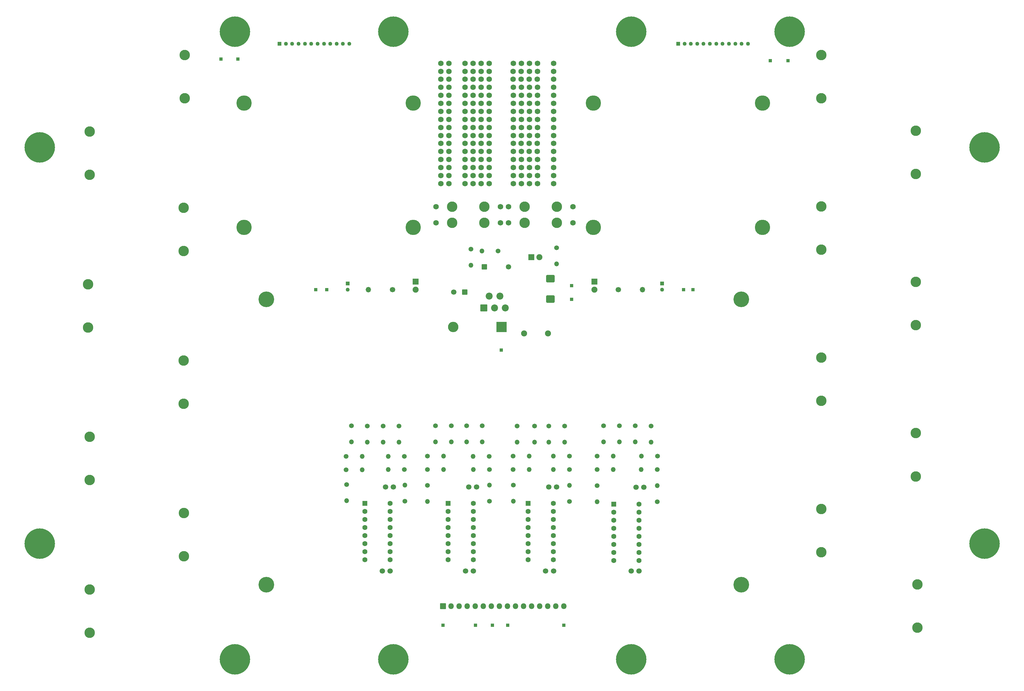
<source format=gts>
%TF.GenerationSoftware,KiCad,Pcbnew,(6.0.5)*%
%TF.CreationDate,2022-05-16T01:41:45-07:00*%
%TF.ProjectId,lta-power-module,6c74612d-706f-4776-9572-2d6d6f64756c,rev?*%
%TF.SameCoordinates,Original*%
%TF.FileFunction,Soldermask,Top*%
%TF.FilePolarity,Negative*%
%FSLAX46Y46*%
G04 Gerber Fmt 4.6, Leading zero omitted, Abs format (unit mm)*
G04 Created by KiCad (PCBNEW (6.0.5)) date 2022-05-16 01:41:45*
%MOMM*%
%LPD*%
G01*
G04 APERTURE LIST*
G04 Aperture macros list*
%AMRoundRect*
0 Rectangle with rounded corners*
0 $1 Rounding radius*
0 $2 $3 $4 $5 $6 $7 $8 $9 X,Y pos of 4 corners*
0 Add a 4 corners polygon primitive as box body*
4,1,4,$2,$3,$4,$5,$6,$7,$8,$9,$2,$3,0*
0 Add four circle primitives for the rounded corners*
1,1,$1+$1,$2,$3*
1,1,$1+$1,$4,$5*
1,1,$1+$1,$6,$7*
1,1,$1+$1,$8,$9*
0 Add four rect primitives between the rounded corners*
20,1,$1+$1,$2,$3,$4,$5,0*
20,1,$1+$1,$4,$5,$6,$7,0*
20,1,$1+$1,$6,$7,$8,$9,0*
20,1,$1+$1,$8,$9,$2,$3,0*%
G04 Aperture macros list end*
%ADD10C,3.302000*%
%ADD11C,4.953000*%
%ADD12C,4.826000*%
%ADD13C,1.730000*%
%ADD14RoundRect,0.150000X-0.400000X-0.400000X0.400000X-0.400000X0.400000X0.400000X-0.400000X0.400000X0*%
%ADD15C,1.500000*%
%ADD16O,1.500000X1.500000*%
%ADD17RoundRect,0.050000X0.800000X0.800000X-0.800000X0.800000X-0.800000X-0.800000X0.800000X-0.800000X0*%
%ADD18C,1.700000*%
%ADD19C,3.300000*%
%ADD20C,9.600000*%
%ADD21RoundRect,0.050000X-0.790000X0.790000X-0.790000X-0.790000X0.790000X-0.790000X0.790000X0.790000X0*%
%ADD22C,1.680000*%
%ADD23RoundRect,0.050000X-0.575000X0.575000X-0.575000X-0.575000X0.575000X-0.575000X0.575000X0.575000X0*%
%ADD24C,1.250000*%
%ADD25C,1.900000*%
%ADD26RoundRect,0.050000X-0.750000X-0.750000X0.750000X-0.750000X0.750000X0.750000X-0.750000X0.750000X0*%
%ADD27C,1.600000*%
%ADD28O,1.700000X1.700000*%
%ADD29RoundRect,0.050000X-0.900000X0.900000X-0.900000X-0.900000X0.900000X-0.900000X0.900000X0.900000X0*%
%ADD30RoundRect,0.050000X-0.575000X-0.575000X0.575000X-0.575000X0.575000X0.575000X-0.575000X0.575000X0*%
%ADD31RoundRect,0.050000X1.600000X1.600000X-1.600000X1.600000X-1.600000X-1.600000X1.600000X-1.600000X0*%
%ADD32O,3.300000X3.300000*%
%ADD33RoundRect,0.050000X-0.900000X-0.900000X0.900000X-0.900000X0.900000X0.900000X-0.900000X0.900000X0*%
%ADD34RoundRect,0.050000X0.850000X-0.850000X0.850000X0.850000X-0.850000X0.850000X-0.850000X-0.850000X0*%
%ADD35O,1.800000X1.800000*%
%ADD36RoundRect,0.300000X1.025000X-0.875000X1.025000X0.875000X-1.025000X0.875000X-1.025000X-0.875000X0*%
%ADD37RoundRect,0.050000X-1.050000X-1.050000X1.050000X-1.050000X1.050000X1.050000X-1.050000X1.050000X0*%
%ADD38C,2.200000*%
G04 APERTURE END LIST*
D10*
X277683000Y-196400600D03*
X277683000Y-182760800D03*
X307523000Y-111173000D03*
X307523000Y-124812800D03*
X76644000Y-135938428D03*
X76644000Y-149578228D03*
X47023000Y-221852600D03*
X47023000Y-208212800D03*
X47023000Y-77379457D03*
X47023000Y-63739657D03*
X307523000Y-158873000D03*
X307523000Y-172512800D03*
X308023000Y-206573000D03*
X308023000Y-220212800D03*
X277683000Y-148700600D03*
X277683000Y-135060800D03*
X307523000Y-63473000D03*
X307523000Y-77112800D03*
X277683000Y-53300600D03*
X277683000Y-39660800D03*
X76984000Y-39623000D03*
X76984000Y-53262800D03*
X46523000Y-125537171D03*
X46523000Y-111897371D03*
X277683000Y-101000600D03*
X277683000Y-87360800D03*
X76644000Y-87780714D03*
X76644000Y-101420514D03*
X47023000Y-173694885D03*
X47023000Y-160055085D03*
X76683000Y-184096142D03*
X76683000Y-197735942D03*
D11*
X102683000Y-206712800D03*
X102683000Y-116669800D03*
X252523000Y-206712800D03*
X252523000Y-116669800D03*
D12*
X95683000Y-54750600D03*
X149023000Y-93942800D03*
X95683000Y-93942800D03*
X149023000Y-54750600D03*
X205858000Y-54750600D03*
X259198000Y-93942800D03*
X205858000Y-93942800D03*
X259198000Y-54750600D03*
D13*
X170423000Y-47290218D03*
X157723000Y-67519890D03*
D14*
X88392000Y-40894000D03*
D13*
X172963000Y-52347636D03*
D15*
X198313000Y-166142800D03*
D16*
X193233000Y-166142800D03*
D17*
X165273000Y-114392800D03*
D18*
X161773000Y-114392800D03*
D13*
X188203000Y-54876346D03*
X172963000Y-70048599D03*
X180583000Y-70048600D03*
X167883000Y-77634726D03*
D19*
X171439000Y-87444800D03*
D13*
X167883000Y-44761509D03*
X170423000Y-80163436D03*
D20*
X92798900Y-32219900D03*
D13*
X172963000Y-80163436D03*
X183123000Y-54876346D03*
X160263000Y-49818927D03*
X165343000Y-54876345D03*
X193283000Y-70048600D03*
X180583000Y-54876346D03*
X170423000Y-59933763D03*
D20*
X142786100Y-32219900D03*
D13*
X170423000Y-57405054D03*
D14*
X267208000Y-41402000D03*
D13*
X188203000Y-42232801D03*
D14*
X93726000Y-40894000D03*
X173998000Y-219444000D03*
D13*
X172963000Y-64991181D03*
X193283000Y-67519891D03*
D15*
X128023000Y-175102800D03*
D16*
X128023000Y-180182800D03*
D21*
X171463000Y-106392800D03*
D22*
X179083000Y-106392800D03*
D13*
X172963000Y-67519890D03*
X193283000Y-64991182D03*
D19*
X194299000Y-87444800D03*
D13*
X185649666Y-44761510D03*
X188143000Y-67519891D03*
X185623000Y-47290219D03*
X170423000Y-70048599D03*
X160263000Y-75106017D03*
X185631000Y-70048600D03*
D19*
X184139000Y-92524800D03*
D13*
X180543000Y-44761510D03*
X167883000Y-59933763D03*
D15*
X226063000Y-166142800D03*
D16*
X220983000Y-166142800D03*
D23*
X227523000Y-111642800D03*
D24*
X227523000Y-113642801D03*
D13*
X165343000Y-64991181D03*
D19*
X184139000Y-87485122D03*
D13*
X165343000Y-52347636D03*
X167883000Y-42232800D03*
X170423000Y-49818927D03*
X172963000Y-62462472D03*
D18*
X169023000Y-175892800D03*
X166523000Y-175892800D03*
D13*
X180583000Y-67519891D03*
X185663000Y-54876346D03*
X183123000Y-42232801D03*
X180583000Y-80163436D03*
D25*
X191523000Y-127392800D03*
X184023000Y-127392800D03*
D13*
X157723000Y-52347636D03*
X156199000Y-87444800D03*
X156199000Y-92524800D03*
D15*
X139523000Y-156602800D03*
D16*
X139523000Y-161682800D03*
D13*
X185663000Y-57405055D03*
X172963000Y-57405054D03*
X180583000Y-59933764D03*
D19*
X194299000Y-92524800D03*
D13*
X170423000Y-52347636D03*
X188203000Y-75106018D03*
X165343000Y-75106017D03*
X170423000Y-67519890D03*
X167883000Y-67519890D03*
X167883000Y-72577308D03*
X160263000Y-62462472D03*
X183123000Y-49818928D03*
D14*
X121773000Y-113642800D03*
D19*
X161279000Y-92524800D03*
X171439000Y-92524800D03*
D13*
X165343000Y-77634726D03*
D15*
X129523000Y-156562800D03*
D16*
X129523000Y-161642800D03*
D13*
X179059000Y-92524800D03*
X157723000Y-59933763D03*
D26*
X160053000Y-181002800D03*
D27*
X160053000Y-183542800D03*
X160053000Y-186082800D03*
X160053000Y-188622800D03*
X160053000Y-191162800D03*
X160053000Y-193702800D03*
X160053000Y-196242800D03*
X160053000Y-198782800D03*
X167993000Y-198782800D03*
X167993000Y-196242800D03*
X167993000Y-193702800D03*
X167993000Y-191162800D03*
X167993000Y-188622800D03*
X167993000Y-186082800D03*
X167993000Y-183542800D03*
X167993000Y-181002800D03*
D13*
X185663000Y-72577309D03*
D15*
X196773000Y-156602800D03*
D16*
X196773000Y-161682800D03*
D15*
X161023000Y-156552800D03*
D16*
X161023000Y-161632800D03*
D13*
X172963000Y-75106017D03*
X176519000Y-87444800D03*
D18*
X220273000Y-202392800D03*
X217773000Y-202392800D03*
D13*
X157723000Y-54876345D03*
X165343000Y-57405054D03*
X160263000Y-70048599D03*
D20*
X267754100Y-230212900D03*
D13*
X165343000Y-72577308D03*
D14*
X178816000Y-219456000D03*
D18*
X142523000Y-113642800D03*
D28*
X134903000Y-113642800D03*
D13*
X160263000Y-42232800D03*
D15*
X224023000Y-156602800D03*
D16*
X224023000Y-161682800D03*
D13*
X185663000Y-80163436D03*
X183107000Y-70048600D03*
X167883000Y-57405054D03*
X193283000Y-57405055D03*
D18*
X194273000Y-175892800D03*
X191773000Y-175892800D03*
D13*
X193283000Y-42232801D03*
X180583000Y-57405055D03*
D19*
X161279000Y-87444800D03*
D26*
X133803000Y-181002800D03*
D27*
X133803000Y-183542800D03*
X133803000Y-186082800D03*
X133803000Y-188622800D03*
X133803000Y-191162800D03*
X133803000Y-193702800D03*
X133803000Y-196242800D03*
X133803000Y-198782800D03*
X141743000Y-198782800D03*
X141743000Y-196242800D03*
X141743000Y-193702800D03*
X141743000Y-191162800D03*
X141743000Y-188622800D03*
X141743000Y-186082800D03*
X141743000Y-183542800D03*
X141743000Y-181002800D03*
D29*
X149773000Y-111117800D03*
D25*
X149773000Y-113657800D03*
D14*
X196545200Y-219456000D03*
D13*
X167883000Y-70048599D03*
X183123000Y-64991182D03*
X165343000Y-80163436D03*
X188163000Y-47290219D03*
X167883000Y-52347636D03*
D14*
X118273000Y-113642800D03*
X234273000Y-113642800D03*
D13*
X180583000Y-77634727D03*
X188203000Y-59933764D03*
X165343000Y-62462472D03*
D15*
X194273000Y-100392800D03*
D16*
X194273000Y-105472800D03*
D15*
X214023000Y-156562800D03*
D16*
X214023000Y-161642800D03*
D13*
X157723000Y-42232800D03*
D14*
X168656000Y-219456000D03*
D20*
X142786100Y-230212900D03*
D30*
X232590000Y-36052000D03*
D24*
X234590001Y-36052000D03*
X236590000Y-36052000D03*
X238590001Y-36052000D03*
X240589999Y-36052000D03*
X242590000Y-36052000D03*
X244589999Y-36052000D03*
X246590000Y-36052000D03*
X248590001Y-36052000D03*
X250590000Y-36052000D03*
X252590001Y-36052000D03*
X254589999Y-36052000D03*
D13*
X185663000Y-42232801D03*
X170423000Y-42232800D03*
D31*
X176893000Y-125392800D03*
D32*
X161653000Y-125392800D03*
D29*
X206198000Y-111121301D03*
D25*
X206198000Y-113661301D03*
D13*
X180583000Y-62462473D03*
D20*
X92798900Y-230212900D03*
D18*
X141773000Y-202392800D03*
X139273000Y-202392800D03*
D13*
X157723000Y-72577308D03*
D30*
X106881499Y-36068000D03*
D24*
X108881500Y-36068000D03*
X110881499Y-36068000D03*
X112881500Y-36068000D03*
X114881498Y-36068000D03*
X116881499Y-36068000D03*
X118881498Y-36068000D03*
X120881499Y-36068000D03*
X122881500Y-36068000D03*
X124881499Y-36068000D03*
X126881500Y-36068000D03*
X128881498Y-36068000D03*
D20*
X329209400Y-193700400D03*
D13*
X193283000Y-44761510D03*
X185623000Y-67519891D03*
X157723000Y-47290218D03*
X188203000Y-64991182D03*
D20*
X267754100Y-32219900D03*
D14*
X176773000Y-132642800D03*
D15*
X173063000Y-170392800D03*
D16*
X167983000Y-170392800D03*
D13*
X193283000Y-52347637D03*
X165343000Y-47290218D03*
X185663000Y-49818928D03*
D15*
X127893000Y-166192800D03*
D16*
X132973000Y-166192800D03*
D13*
X183123000Y-57405055D03*
X172963000Y-54876345D03*
X183123000Y-72577309D03*
D15*
X206983000Y-170392800D03*
D16*
X212063000Y-170392800D03*
D13*
X167883000Y-75106017D03*
X185663000Y-77634727D03*
X165343000Y-44761509D03*
X170423000Y-44761509D03*
X180583000Y-42232801D03*
X188203000Y-77634727D03*
X199379000Y-92524800D03*
D20*
X31216600Y-68732400D03*
D13*
X170423000Y-54876345D03*
X180543000Y-47290219D03*
X188203000Y-49818928D03*
X157723000Y-80163436D03*
D20*
X217766900Y-230212900D03*
D13*
X157723000Y-49818927D03*
X160263000Y-72577308D03*
X172963000Y-77634726D03*
D18*
X221773000Y-175972800D03*
X219273000Y-175972800D03*
D13*
X160263000Y-67519890D03*
D15*
X180483000Y-166142800D03*
D16*
X185563000Y-166142800D03*
D15*
X144523000Y-156602800D03*
D16*
X144523000Y-161682800D03*
D13*
X160263000Y-64991181D03*
X183123000Y-77634727D03*
X188155000Y-70048600D03*
X188203000Y-52347637D03*
X172963000Y-42232800D03*
D15*
X219023000Y-156562800D03*
D16*
X219023000Y-161642800D03*
D13*
X157723000Y-70048599D03*
X165343000Y-67519890D03*
X157723000Y-64991181D03*
D15*
X206983000Y-166142800D03*
D16*
X212063000Y-166142800D03*
D20*
X31216600Y-193700400D03*
D13*
X193283000Y-49818928D03*
D15*
X198273000Y-180392800D03*
D16*
X198273000Y-175312800D03*
D15*
X180483000Y-170392800D03*
D16*
X185563000Y-170392800D03*
D33*
X186273000Y-103392800D03*
D25*
X188813000Y-103392800D03*
D13*
X172963000Y-59933763D03*
X172963000Y-47290218D03*
X185663000Y-64991182D03*
D34*
X158433000Y-213442800D03*
D35*
X160973000Y-213442800D03*
X163513000Y-213442800D03*
X166053000Y-213442800D03*
X168593000Y-213442800D03*
X171133000Y-213442800D03*
X173673000Y-213442800D03*
X176213000Y-213442800D03*
X178753000Y-213442800D03*
X181293000Y-213442800D03*
X183833000Y-213442800D03*
X186373000Y-213442800D03*
X188913000Y-213442800D03*
X191453000Y-213442800D03*
X193993000Y-213442800D03*
X196533000Y-213442800D03*
D13*
X172963000Y-49818927D03*
D15*
X226023000Y-180472800D03*
D16*
X226023000Y-175392800D03*
D13*
X157723000Y-77634726D03*
X188203000Y-44761510D03*
X160263000Y-44761509D03*
X157723000Y-44761509D03*
D18*
X213698000Y-113621301D03*
D28*
X221318000Y-113621301D03*
D15*
X127893000Y-170442800D03*
D16*
X132973000Y-170442800D03*
D13*
X183103000Y-67519891D03*
X188203000Y-57405055D03*
D18*
X142773000Y-175892800D03*
X140273000Y-175892800D03*
D13*
X170423000Y-72577308D03*
X160263000Y-57405054D03*
D15*
X165863000Y-156552800D03*
D16*
X165863000Y-161632800D03*
D13*
X199379000Y-87444800D03*
D15*
X167273000Y-100852800D03*
D16*
X167273000Y-105932800D03*
D15*
X146363000Y-180342800D03*
D16*
X146363000Y-175262800D03*
D13*
X165343000Y-70048599D03*
D15*
X181773000Y-156642800D03*
D16*
X181773000Y-161722800D03*
D13*
X160263000Y-54876345D03*
X183123000Y-52347637D03*
D14*
X237273000Y-113642800D03*
D13*
X172963000Y-44761509D03*
D15*
X173113000Y-180382800D03*
D16*
X173113000Y-175302800D03*
D13*
X188203000Y-80163436D03*
D15*
X146223000Y-170392800D03*
D16*
X141143000Y-170392800D03*
D15*
X187273000Y-156642800D03*
D16*
X187273000Y-161722800D03*
D13*
X185663000Y-52347637D03*
D14*
X199023000Y-116642800D03*
D13*
X176519000Y-92524800D03*
X165343000Y-42232800D03*
X180583000Y-72577309D03*
X180583000Y-75106018D03*
D15*
X170773000Y-156552800D03*
D16*
X170773000Y-161632800D03*
D13*
X180583000Y-52347637D03*
D36*
X192273000Y-116592800D03*
X192273000Y-110192800D03*
D15*
X175813000Y-101392800D03*
D16*
X170733000Y-101392800D03*
D13*
X172963000Y-72577308D03*
X179059000Y-87444800D03*
X160263000Y-80163436D03*
X180583000Y-49818928D03*
X160263000Y-47290218D03*
D15*
X180613000Y-175302800D03*
D16*
X180613000Y-180382800D03*
D37*
X171273000Y-119392800D03*
D38*
X172973000Y-115692800D03*
X174673000Y-119392800D03*
X176373000Y-115692800D03*
X178073000Y-119392800D03*
D13*
X167883000Y-80163436D03*
X193283000Y-54876346D03*
X160263000Y-77634726D03*
X183123000Y-80163436D03*
D15*
X134523000Y-156602800D03*
D16*
X134523000Y-161682800D03*
D13*
X193283000Y-47290219D03*
X183123000Y-59933764D03*
X160263000Y-59933763D03*
X167883000Y-54876345D03*
D15*
X153483000Y-166142800D03*
D16*
X158563000Y-166142800D03*
D15*
X207023000Y-175432800D03*
D16*
X207023000Y-180512800D03*
D13*
X167883000Y-47290218D03*
D26*
X185303000Y-181002800D03*
D27*
X185303000Y-183542800D03*
X185303000Y-186082800D03*
X185303000Y-188622800D03*
X185303000Y-191162800D03*
X185303000Y-193702800D03*
X185303000Y-196242800D03*
X185303000Y-198782800D03*
X193243000Y-198782800D03*
X193243000Y-196242800D03*
X193243000Y-193702800D03*
X193243000Y-191162800D03*
X193243000Y-188622800D03*
X193243000Y-186082800D03*
X193243000Y-183542800D03*
X193243000Y-181002800D03*
D26*
X212303000Y-181252800D03*
D27*
X212303000Y-183792800D03*
X212303000Y-186332800D03*
X212303000Y-188872800D03*
X212303000Y-191412800D03*
X212303000Y-193952800D03*
X212303000Y-196492800D03*
X212303000Y-199032800D03*
X220243000Y-199032800D03*
X220243000Y-196492800D03*
X220243000Y-193952800D03*
X220243000Y-191412800D03*
X220243000Y-188872800D03*
X220243000Y-186332800D03*
X220243000Y-183792800D03*
X220243000Y-181252800D03*
D15*
X156023000Y-156552800D03*
D16*
X156023000Y-161632800D03*
D13*
X193283000Y-75106018D03*
D15*
X153523000Y-175352800D03*
D16*
X153523000Y-180432800D03*
D13*
X157723000Y-62462472D03*
X183083000Y-47290219D03*
X170423000Y-75106017D03*
X193283000Y-59933764D03*
X193283000Y-77634727D03*
D18*
X168023000Y-202392800D03*
X165523000Y-202392800D03*
D15*
X209023000Y-156562800D03*
D16*
X209023000Y-161642800D03*
D14*
X158445200Y-219456000D03*
D15*
X173023000Y-166192800D03*
D16*
X167943000Y-166192800D03*
D23*
X128348000Y-111664299D03*
D24*
X128348000Y-113664300D03*
D13*
X157723000Y-57405054D03*
X160263000Y-52347636D03*
X193283000Y-80163436D03*
X167883000Y-49818927D03*
X165343000Y-59933763D03*
X185663000Y-62462473D03*
X183096333Y-44761510D03*
D15*
X191773000Y-156642800D03*
D16*
X191773000Y-161722800D03*
D13*
X170423000Y-64991181D03*
X167883000Y-62462472D03*
X185663000Y-75106018D03*
X193283000Y-72577309D03*
D15*
X198313000Y-170392800D03*
D16*
X193233000Y-170392800D03*
D13*
X183123000Y-62462473D03*
X157723000Y-75106017D03*
X167883000Y-64991181D03*
D15*
X226023000Y-170392800D03*
D16*
X220943000Y-170392800D03*
D13*
X180583000Y-64991182D03*
D14*
X261620000Y-41402000D03*
D15*
X153483000Y-170342800D03*
D16*
X158563000Y-170342800D03*
D20*
X329209400Y-68732400D03*
D18*
X193273000Y-202392800D03*
X190773000Y-202392800D03*
D13*
X193283000Y-62462473D03*
X185663000Y-59933764D03*
X183123000Y-75106018D03*
D20*
X217766900Y-32219900D03*
D13*
X170423000Y-77634726D03*
X165343000Y-49818927D03*
D15*
X146223000Y-166192800D03*
D16*
X141143000Y-166192800D03*
D13*
X170423000Y-62462472D03*
X188203000Y-62462473D03*
X188203000Y-72577309D03*
D14*
X199023000Y-112392800D03*
M02*

</source>
